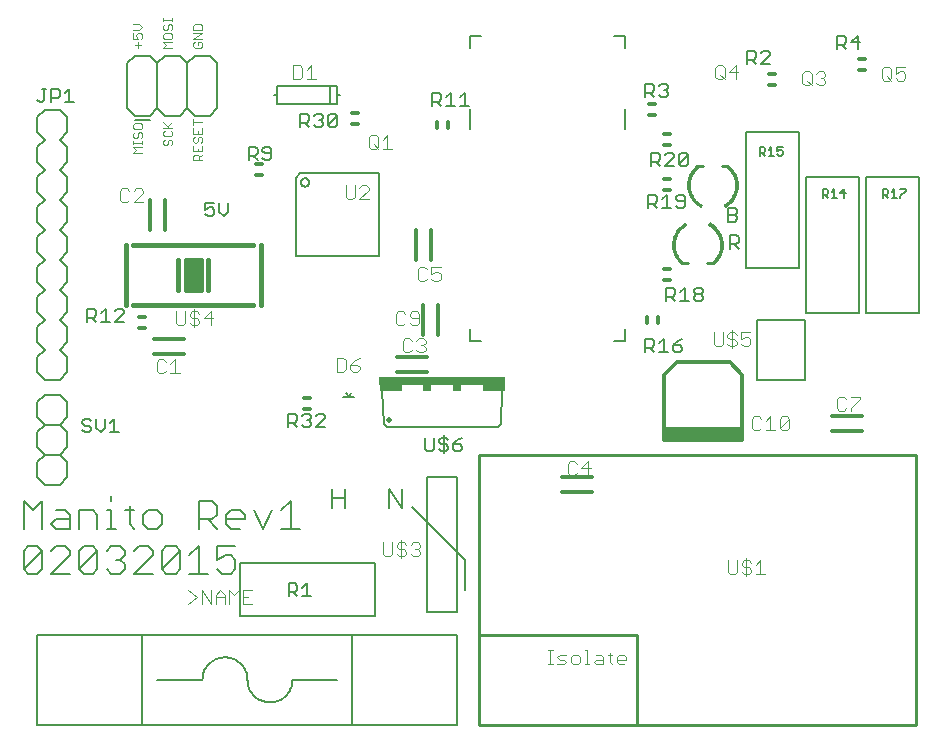
<source format=gto>
G75*
%MOIN*%
%OFA0B0*%
%FSLAX24Y24*%
%IPPOS*%
%LPD*%
%AMOC8*
5,1,8,0,0,1.08239X$1,22.5*
%
%ADD10C,0.0080*%
%ADD11C,0.0060*%
%ADD12C,0.0050*%
%ADD13C,0.0120*%
%ADD14C,0.0040*%
%ADD15C,0.0010*%
%ADD16C,0.0100*%
%ADD17C,0.0030*%
%ADD18C,0.0160*%
%ADD19C,0.0200*%
%ADD20R,0.4200X0.0300*%
%ADD21R,0.0750X0.0200*%
%ADD22R,0.0300X0.0200*%
%ADD23R,0.2541X0.0403*%
D10*
X001353Y005190D02*
X001200Y005343D01*
X001814Y005957D01*
X001814Y005343D01*
X001660Y005190D01*
X001353Y005190D01*
X001200Y005343D02*
X001200Y005957D01*
X001353Y006111D01*
X001660Y006111D01*
X001814Y005957D01*
X002121Y005957D02*
X002274Y006111D01*
X002581Y006111D01*
X002735Y005957D01*
X002735Y005804D01*
X002121Y005190D01*
X002735Y005190D01*
X003042Y005343D02*
X003655Y005957D01*
X003655Y005343D01*
X003502Y005190D01*
X003195Y005190D01*
X003042Y005343D01*
X003042Y005957D01*
X003195Y006111D01*
X003502Y006111D01*
X003655Y005957D01*
X003962Y005957D02*
X004116Y006111D01*
X004423Y006111D01*
X004576Y005957D01*
X004576Y005804D01*
X004423Y005650D01*
X004576Y005497D01*
X004576Y005343D01*
X004423Y005190D01*
X004116Y005190D01*
X003962Y005343D01*
X004269Y005650D02*
X004423Y005650D01*
X004883Y005957D02*
X005037Y006111D01*
X005344Y006111D01*
X005497Y005957D01*
X005497Y005804D01*
X004883Y005190D01*
X005497Y005190D01*
X005804Y005343D02*
X006418Y005957D01*
X006418Y005343D01*
X006264Y005190D01*
X005957Y005190D01*
X005804Y005343D01*
X005804Y005957D01*
X005957Y006111D01*
X006264Y006111D01*
X006418Y005957D01*
X006725Y005804D02*
X007032Y006111D01*
X007032Y005190D01*
X006725Y005190D02*
X007339Y005190D01*
X007646Y005343D02*
X007799Y005190D01*
X008106Y005190D01*
X008259Y005343D01*
X008259Y005650D01*
X008106Y005804D01*
X007952Y005804D01*
X007646Y005650D01*
X007646Y006111D01*
X008259Y006111D01*
X008396Y005536D02*
X012924Y005536D01*
X012924Y003764D01*
X008396Y003764D01*
X008396Y005536D01*
X008413Y006690D02*
X008106Y006690D01*
X007952Y006843D01*
X007952Y007150D01*
X008106Y007304D01*
X008413Y007304D01*
X008566Y007150D01*
X008566Y006997D01*
X007952Y006997D01*
X007646Y007150D02*
X007646Y007457D01*
X007492Y007611D01*
X007032Y007611D01*
X007032Y006690D01*
X007032Y006997D02*
X007492Y006997D01*
X007646Y007150D01*
X007339Y006997D02*
X007646Y006690D01*
X008873Y007304D02*
X009180Y006690D01*
X009487Y007304D01*
X009794Y007304D02*
X010101Y007611D01*
X010101Y006690D01*
X009794Y006690D02*
X010408Y006690D01*
X010239Y004860D02*
X010309Y004790D01*
X010309Y004650D01*
X010239Y004580D01*
X010029Y004580D01*
X010029Y004440D02*
X010029Y004860D01*
X010239Y004860D01*
X010490Y004720D02*
X010630Y004860D01*
X010630Y004440D01*
X010490Y004440D02*
X010770Y004440D01*
X010309Y004440D02*
X010169Y004580D01*
X005804Y006843D02*
X005650Y006690D01*
X005344Y006690D01*
X005190Y006843D01*
X005190Y007150D01*
X005344Y007304D01*
X005650Y007304D01*
X005804Y007150D01*
X005804Y006843D01*
X004883Y006690D02*
X004730Y006843D01*
X004730Y007457D01*
X004883Y007304D02*
X004576Y007304D01*
X004116Y007304D02*
X004116Y006690D01*
X004269Y006690D02*
X003962Y006690D01*
X003655Y006690D02*
X003655Y007150D01*
X003502Y007304D01*
X003042Y007304D01*
X003042Y006690D01*
X002735Y006690D02*
X002274Y006690D01*
X002121Y006843D01*
X002274Y006997D01*
X002735Y006997D01*
X002735Y007150D02*
X002735Y006690D01*
X002735Y007150D02*
X002581Y007304D01*
X002274Y007304D01*
X001814Y007611D02*
X001814Y006690D01*
X001200Y006690D02*
X001200Y007611D01*
X001507Y007304D01*
X001814Y007611D01*
X003962Y007304D02*
X004116Y007304D01*
X004116Y007611D02*
X004116Y007764D01*
X002410Y011650D02*
X001910Y011650D01*
X001660Y011900D01*
X001660Y012400D01*
X001910Y012650D01*
X001660Y012900D01*
X001660Y013400D01*
X001910Y013650D01*
X001660Y013900D01*
X001660Y014400D01*
X001910Y014650D01*
X001660Y014900D01*
X001660Y015400D01*
X001910Y015650D01*
X001660Y015900D01*
X001660Y016400D01*
X001910Y016650D01*
X001660Y016900D01*
X001660Y017400D01*
X001910Y017650D01*
X001660Y017900D01*
X001660Y018400D01*
X001910Y018650D01*
X001660Y018900D01*
X001660Y019400D01*
X001910Y019650D01*
X001660Y019900D01*
X001660Y020400D01*
X001910Y020650D01*
X002410Y020650D01*
X002660Y020400D01*
X002660Y019900D01*
X002410Y019650D01*
X002660Y019400D01*
X002660Y018900D01*
X002410Y018650D01*
X002660Y018400D01*
X002660Y017900D01*
X002410Y017650D01*
X002660Y017400D01*
X002660Y016900D01*
X002410Y016650D01*
X002660Y016400D01*
X002660Y015900D01*
X002410Y015650D01*
X002660Y015400D01*
X002660Y014900D01*
X002410Y014650D01*
X002660Y014400D01*
X002660Y013900D01*
X002410Y013650D01*
X002660Y013400D01*
X002660Y012900D01*
X002410Y012650D01*
X002660Y012400D01*
X002660Y011900D01*
X002410Y011650D01*
X011854Y011083D02*
X012035Y011083D01*
X011943Y011205D01*
X012035Y011083D02*
X012216Y011083D01*
X012121Y011205D02*
X012045Y011089D01*
X016062Y012949D02*
X016062Y013343D01*
X016062Y012949D02*
X016455Y012949D01*
X020865Y012949D02*
X021258Y012949D01*
X021258Y013343D01*
X025274Y015386D02*
X025274Y019914D01*
X027046Y019914D01*
X027046Y015386D01*
X025274Y015386D01*
X027274Y013886D02*
X027274Y018414D01*
X029046Y018414D01*
X029046Y013886D01*
X027274Y013886D01*
X029274Y013886D02*
X029274Y018414D01*
X031046Y018414D01*
X031046Y013886D01*
X029274Y013886D01*
X021258Y019996D02*
X021258Y020666D01*
X021258Y022713D02*
X021258Y023107D01*
X020865Y023107D01*
X016455Y023107D02*
X016062Y023107D01*
X016062Y022713D01*
X016062Y020666D02*
X016062Y019996D01*
X011760Y021150D02*
X011660Y021150D01*
X011660Y020850D01*
X009660Y020850D01*
X009660Y021150D01*
X009560Y021150D01*
X009660Y021150D02*
X009660Y021450D01*
X011660Y021450D01*
X011660Y021150D01*
X011410Y021400D02*
X011410Y020900D01*
X007660Y020700D02*
X007660Y022200D01*
X007410Y022450D01*
X006910Y022450D01*
X006660Y022200D01*
X006660Y020700D01*
X006910Y020450D01*
X007410Y020450D01*
X007660Y020700D01*
X006660Y020700D02*
X006410Y020450D01*
X005910Y020450D01*
X005660Y020700D01*
X005660Y022200D01*
X005910Y022450D01*
X006410Y022450D01*
X006660Y022200D01*
X005660Y022200D02*
X005410Y022450D01*
X004910Y022450D01*
X004660Y022200D01*
X004660Y020700D01*
X004910Y020450D01*
X005410Y020450D01*
X005660Y020700D01*
X005410Y020318D02*
X004910Y020318D01*
D11*
X010280Y018390D02*
X010420Y018530D01*
X013040Y018530D01*
X013040Y015770D01*
X010280Y015770D01*
X010280Y018390D01*
X010439Y018230D02*
X010441Y018253D01*
X010447Y018276D01*
X010456Y018297D01*
X010469Y018317D01*
X010485Y018334D01*
X010503Y018348D01*
X010523Y018359D01*
X010545Y018367D01*
X010568Y018371D01*
X010592Y018371D01*
X010615Y018367D01*
X010637Y018359D01*
X010657Y018348D01*
X010675Y018334D01*
X010691Y018317D01*
X010704Y018297D01*
X010713Y018276D01*
X010719Y018253D01*
X010721Y018230D01*
X010719Y018207D01*
X010713Y018184D01*
X010704Y018163D01*
X010691Y018143D01*
X010675Y018126D01*
X010657Y018112D01*
X010637Y018101D01*
X010615Y018093D01*
X010592Y018089D01*
X010568Y018089D01*
X010545Y018093D01*
X010523Y018101D01*
X010503Y018112D01*
X010485Y018126D01*
X010469Y018143D01*
X010456Y018163D01*
X010447Y018184D01*
X010441Y018207D01*
X010439Y018230D01*
X013160Y011325D02*
X013210Y010175D01*
X013310Y010075D01*
X017010Y010075D01*
X017110Y010175D01*
X017160Y011325D01*
X013817Y008021D02*
X013817Y007380D01*
X013390Y008021D01*
X013390Y007380D01*
X011917Y007380D02*
X011917Y008021D01*
X011490Y008021D02*
X011490Y007380D01*
X011490Y007700D02*
X011917Y007700D01*
X002660Y008400D02*
X002410Y008150D01*
X001910Y008150D01*
X001660Y008400D01*
X001660Y008900D01*
X001910Y009150D01*
X001660Y009400D01*
X001660Y009900D01*
X001910Y010150D01*
X001660Y010400D01*
X001660Y010900D01*
X001910Y011150D01*
X002410Y011150D01*
X002660Y010900D01*
X002660Y010400D01*
X002410Y010150D01*
X002660Y009900D01*
X002660Y009400D01*
X002410Y009150D01*
X002660Y008900D01*
X002660Y008400D01*
X002410Y009150D02*
X001910Y009150D01*
X001910Y010150D02*
X002410Y010150D01*
D12*
X001660Y003150D02*
X001660Y000150D01*
X005160Y000150D01*
X012160Y000150D01*
X012160Y003150D01*
X005160Y003150D01*
X005160Y000150D01*
X005660Y001650D02*
X007160Y001650D01*
X007162Y001704D01*
X007168Y001757D01*
X007177Y001809D01*
X007190Y001861D01*
X007207Y001912D01*
X007228Y001962D01*
X007252Y002009D01*
X007279Y002055D01*
X007310Y002099D01*
X007343Y002141D01*
X007380Y002180D01*
X007419Y002217D01*
X007461Y002250D01*
X007505Y002281D01*
X007551Y002308D01*
X007598Y002332D01*
X007648Y002353D01*
X007699Y002370D01*
X007751Y002383D01*
X007803Y002392D01*
X007856Y002398D01*
X007910Y002400D01*
X007964Y002398D01*
X008017Y002392D01*
X008069Y002383D01*
X008121Y002370D01*
X008172Y002353D01*
X008222Y002332D01*
X008269Y002308D01*
X008315Y002281D01*
X008359Y002250D01*
X008401Y002217D01*
X008440Y002180D01*
X008477Y002141D01*
X008510Y002099D01*
X008541Y002055D01*
X008568Y002009D01*
X008592Y001962D01*
X008613Y001912D01*
X008630Y001861D01*
X008643Y001809D01*
X008652Y001757D01*
X008658Y001704D01*
X008660Y001650D01*
X008662Y001596D01*
X008668Y001543D01*
X008677Y001491D01*
X008690Y001439D01*
X008707Y001388D01*
X008728Y001338D01*
X008752Y001291D01*
X008779Y001245D01*
X008810Y001201D01*
X008843Y001159D01*
X008880Y001120D01*
X008919Y001083D01*
X008961Y001050D01*
X009005Y001019D01*
X009051Y000992D01*
X009098Y000968D01*
X009148Y000947D01*
X009199Y000930D01*
X009251Y000917D01*
X009303Y000908D01*
X009356Y000902D01*
X009410Y000900D01*
X009464Y000902D01*
X009517Y000908D01*
X009569Y000917D01*
X009621Y000930D01*
X009672Y000947D01*
X009722Y000968D01*
X009769Y000992D01*
X009815Y001019D01*
X009859Y001050D01*
X009901Y001083D01*
X009940Y001120D01*
X009977Y001159D01*
X010010Y001201D01*
X010041Y001245D01*
X010068Y001291D01*
X010092Y001338D01*
X010113Y001388D01*
X010130Y001439D01*
X010143Y001491D01*
X010152Y001543D01*
X010158Y001596D01*
X010160Y001650D01*
X011660Y001650D01*
X012160Y000150D02*
X015660Y000150D01*
X015660Y003150D01*
X012160Y003150D01*
X014660Y003900D02*
X014660Y008400D01*
X015660Y008400D01*
X015660Y003900D01*
X014660Y003900D01*
X015910Y004650D02*
X015910Y005650D01*
X014160Y007400D01*
X014660Y009270D02*
X014810Y009270D01*
X014885Y009345D01*
X014885Y009720D01*
X015045Y009645D02*
X015120Y009720D01*
X015271Y009720D01*
X015346Y009645D01*
X015271Y009495D02*
X015120Y009495D01*
X015045Y009570D01*
X015045Y009645D01*
X015196Y009795D02*
X015196Y009195D01*
X015271Y009270D02*
X015346Y009345D01*
X015346Y009420D01*
X015271Y009495D01*
X015271Y009270D02*
X015120Y009270D01*
X015045Y009345D01*
X014660Y009270D02*
X014585Y009345D01*
X014585Y009720D01*
X015506Y009495D02*
X015731Y009495D01*
X015806Y009420D01*
X015806Y009345D01*
X015731Y009270D01*
X015581Y009270D01*
X015506Y009345D01*
X015506Y009495D01*
X015656Y009645D01*
X015806Y009720D01*
X011246Y010075D02*
X010946Y010075D01*
X011246Y010375D01*
X011246Y010450D01*
X011171Y010525D01*
X011021Y010525D01*
X010946Y010450D01*
X010786Y010450D02*
X010786Y010375D01*
X010711Y010300D01*
X010786Y010225D01*
X010786Y010150D01*
X010711Y010075D01*
X010560Y010075D01*
X010485Y010150D01*
X010325Y010075D02*
X010175Y010225D01*
X010250Y010225D02*
X010025Y010225D01*
X010025Y010075D02*
X010025Y010525D01*
X010250Y010525D01*
X010325Y010450D01*
X010325Y010300D01*
X010250Y010225D01*
X010485Y010450D02*
X010560Y010525D01*
X010711Y010525D01*
X010786Y010450D01*
X010711Y010300D02*
X010636Y010300D01*
X004546Y013575D02*
X004246Y013575D01*
X004546Y013875D01*
X004546Y013950D01*
X004471Y014025D01*
X004321Y014025D01*
X004246Y013950D01*
X003936Y014025D02*
X003936Y013575D01*
X004086Y013575D02*
X003785Y013575D01*
X003625Y013575D02*
X003475Y013725D01*
X003550Y013725D02*
X003325Y013725D01*
X003325Y013575D02*
X003325Y014025D01*
X003550Y014025D01*
X003625Y013950D01*
X003625Y013800D01*
X003550Y013725D01*
X003785Y013875D02*
X003936Y014025D01*
X007255Y017170D02*
X007330Y017095D01*
X007480Y017095D01*
X007555Y017170D01*
X007555Y017320D01*
X007480Y017395D01*
X007405Y017395D01*
X007255Y017320D01*
X007255Y017545D01*
X007555Y017545D01*
X007715Y017545D02*
X007715Y017245D01*
X007866Y017095D01*
X008016Y017245D01*
X008016Y017545D01*
X008700Y018975D02*
X008700Y019425D01*
X008925Y019425D01*
X009000Y019350D01*
X009000Y019200D01*
X008925Y019125D01*
X008700Y019125D01*
X008850Y019125D02*
X009000Y018975D01*
X009160Y019050D02*
X009235Y018975D01*
X009386Y018975D01*
X009461Y019050D01*
X009461Y019350D01*
X009386Y019425D01*
X009235Y019425D01*
X009160Y019350D01*
X009160Y019275D01*
X009235Y019200D01*
X009461Y019200D01*
X010425Y020075D02*
X010425Y020525D01*
X010650Y020525D01*
X010725Y020450D01*
X010725Y020300D01*
X010650Y020225D01*
X010425Y020225D01*
X010575Y020225D02*
X010725Y020075D01*
X010885Y020150D02*
X010960Y020075D01*
X011111Y020075D01*
X011186Y020150D01*
X011186Y020225D01*
X011111Y020300D01*
X011036Y020300D01*
X011111Y020300D02*
X011186Y020375D01*
X011186Y020450D01*
X011111Y020525D01*
X010960Y020525D01*
X010885Y020450D01*
X011346Y020450D02*
X011346Y020150D01*
X011646Y020450D01*
X011646Y020150D01*
X011571Y020075D01*
X011421Y020075D01*
X011346Y020150D01*
X011346Y020450D02*
X011421Y020525D01*
X011571Y020525D01*
X011646Y020450D01*
X014825Y020775D02*
X014825Y021225D01*
X015050Y021225D01*
X015125Y021150D01*
X015125Y021000D01*
X015050Y020925D01*
X014825Y020925D01*
X014975Y020925D02*
X015125Y020775D01*
X015285Y020775D02*
X015586Y020775D01*
X015436Y020775D02*
X015436Y021225D01*
X015285Y021075D01*
X015746Y021075D02*
X015896Y021225D01*
X015896Y020775D01*
X015746Y020775D02*
X016046Y020775D01*
X021925Y021075D02*
X021925Y021525D01*
X022150Y021525D01*
X022225Y021450D01*
X022225Y021300D01*
X022150Y021225D01*
X021925Y021225D01*
X022075Y021225D02*
X022225Y021075D01*
X022385Y021150D02*
X022460Y021075D01*
X022611Y021075D01*
X022686Y021150D01*
X022686Y021225D01*
X022611Y021300D01*
X022536Y021300D01*
X022611Y021300D02*
X022686Y021375D01*
X022686Y021450D01*
X022611Y021525D01*
X022460Y021525D01*
X022385Y021450D01*
X022350Y019225D02*
X022125Y019225D01*
X022125Y018775D01*
X022125Y018925D02*
X022350Y018925D01*
X022425Y019000D01*
X022425Y019150D01*
X022350Y019225D01*
X022585Y019150D02*
X022660Y019225D01*
X022811Y019225D01*
X022886Y019150D01*
X022886Y019075D01*
X022585Y018775D01*
X022886Y018775D01*
X023046Y018850D02*
X023346Y019150D01*
X023346Y018850D01*
X023271Y018775D01*
X023121Y018775D01*
X023046Y018850D01*
X023046Y019150D01*
X023121Y019225D01*
X023271Y019225D01*
X023346Y019150D01*
X022425Y018775D02*
X022275Y018925D01*
X022250Y017825D02*
X022325Y017750D01*
X022325Y017600D01*
X022250Y017525D01*
X022025Y017525D01*
X022025Y017375D02*
X022025Y017825D01*
X022250Y017825D01*
X022485Y017675D02*
X022636Y017825D01*
X022636Y017375D01*
X022786Y017375D02*
X022485Y017375D01*
X022325Y017375D02*
X022175Y017525D01*
X022946Y017450D02*
X023021Y017375D01*
X023171Y017375D01*
X023246Y017450D01*
X023246Y017750D01*
X023171Y017825D01*
X023021Y017825D01*
X022946Y017750D01*
X022946Y017675D01*
X023021Y017600D01*
X023246Y017600D01*
X024675Y017375D02*
X024675Y016925D01*
X024900Y016925D01*
X024975Y017000D01*
X024975Y017075D01*
X024900Y017150D01*
X024675Y017150D01*
X024900Y017150D02*
X024975Y017225D01*
X024975Y017300D01*
X024900Y017375D01*
X024675Y017375D01*
X024735Y016475D02*
X024960Y016475D01*
X025035Y016400D01*
X025035Y016250D01*
X024960Y016175D01*
X024735Y016175D01*
X024735Y016025D02*
X024735Y016475D01*
X024885Y016175D02*
X025035Y016025D01*
X023771Y014725D02*
X023846Y014650D01*
X023846Y014575D01*
X023771Y014500D01*
X023621Y014500D01*
X023546Y014575D01*
X023546Y014650D01*
X023621Y014725D01*
X023771Y014725D01*
X023771Y014500D02*
X023846Y014425D01*
X023846Y014350D01*
X023771Y014275D01*
X023621Y014275D01*
X023546Y014350D01*
X023546Y014425D01*
X023621Y014500D01*
X023386Y014275D02*
X023085Y014275D01*
X023236Y014275D02*
X023236Y014725D01*
X023085Y014575D01*
X022925Y014500D02*
X022850Y014425D01*
X022625Y014425D01*
X022625Y014275D02*
X022625Y014725D01*
X022850Y014725D01*
X022925Y014650D01*
X022925Y014500D01*
X022775Y014425D02*
X022925Y014275D01*
X023146Y013025D02*
X022996Y012950D01*
X022846Y012800D01*
X023071Y012800D01*
X023146Y012725D01*
X023146Y012650D01*
X023071Y012575D01*
X022921Y012575D01*
X022846Y012650D01*
X022846Y012800D01*
X022686Y012575D02*
X022385Y012575D01*
X022536Y012575D02*
X022536Y013025D01*
X022385Y012875D01*
X022225Y012950D02*
X022225Y012800D01*
X022150Y012725D01*
X021925Y012725D01*
X021925Y012575D02*
X021925Y013025D01*
X022150Y013025D01*
X022225Y012950D01*
X022075Y012725D02*
X022225Y012575D01*
X025660Y011650D02*
X025660Y013650D01*
X027260Y013650D01*
X027260Y011650D01*
X025660Y011650D01*
X027835Y017725D02*
X027835Y017995D01*
X027970Y017995D01*
X028015Y017950D01*
X028015Y017860D01*
X027970Y017815D01*
X027835Y017815D01*
X027925Y017815D02*
X028015Y017725D01*
X028130Y017725D02*
X028310Y017725D01*
X028220Y017725D02*
X028220Y017995D01*
X028130Y017905D01*
X028424Y017860D02*
X028604Y017860D01*
X028559Y017725D02*
X028559Y017995D01*
X028424Y017860D01*
X029835Y017815D02*
X029970Y017815D01*
X030015Y017860D01*
X030015Y017950D01*
X029970Y017995D01*
X029835Y017995D01*
X029835Y017725D01*
X029925Y017815D02*
X030015Y017725D01*
X030130Y017725D02*
X030310Y017725D01*
X030220Y017725D02*
X030220Y017995D01*
X030130Y017905D01*
X030424Y017995D02*
X030604Y017995D01*
X030604Y017950D01*
X030424Y017770D01*
X030424Y017725D01*
X026504Y019170D02*
X026459Y019125D01*
X026369Y019125D01*
X026324Y019170D01*
X026324Y019260D02*
X026414Y019305D01*
X026459Y019305D01*
X026504Y019260D01*
X026504Y019170D01*
X026324Y019260D02*
X026324Y019395D01*
X026504Y019395D01*
X026210Y019125D02*
X026030Y019125D01*
X026120Y019125D02*
X026120Y019395D01*
X026030Y019305D01*
X025915Y019260D02*
X025870Y019215D01*
X025735Y019215D01*
X025735Y019125D02*
X025735Y019395D01*
X025870Y019395D01*
X025915Y019350D01*
X025915Y019260D01*
X025825Y019215D02*
X025915Y019125D01*
X025785Y022175D02*
X026086Y022475D01*
X026086Y022550D01*
X026011Y022625D01*
X025860Y022625D01*
X025785Y022550D01*
X025625Y022550D02*
X025625Y022400D01*
X025550Y022325D01*
X025325Y022325D01*
X025325Y022175D02*
X025325Y022625D01*
X025550Y022625D01*
X025625Y022550D01*
X025475Y022325D02*
X025625Y022175D01*
X025785Y022175D02*
X026086Y022175D01*
X028325Y022675D02*
X028325Y023125D01*
X028550Y023125D01*
X028625Y023050D01*
X028625Y022900D01*
X028550Y022825D01*
X028325Y022825D01*
X028475Y022825D02*
X028625Y022675D01*
X028785Y022900D02*
X029086Y022900D01*
X029011Y022675D02*
X029011Y023125D01*
X028785Y022900D01*
X004226Y010345D02*
X004226Y009895D01*
X004076Y009895D02*
X004376Y009895D01*
X004076Y010195D02*
X004226Y010345D01*
X003916Y010345D02*
X003916Y010045D01*
X003766Y009895D01*
X003615Y010045D01*
X003615Y010345D01*
X003455Y010270D02*
X003380Y010345D01*
X003230Y010345D01*
X003155Y010270D01*
X003155Y010195D01*
X003230Y010120D01*
X003380Y010120D01*
X003455Y010045D01*
X003455Y009970D01*
X003380Y009895D01*
X003230Y009895D01*
X003155Y009970D01*
X001660Y003150D02*
X005160Y003150D01*
X002876Y020895D02*
X002576Y020895D01*
X002726Y020895D02*
X002726Y021345D01*
X002576Y021195D01*
X002416Y021270D02*
X002416Y021120D01*
X002341Y021045D01*
X002115Y021045D01*
X002115Y020895D02*
X002115Y021345D01*
X002341Y021345D01*
X002416Y021270D01*
X001955Y021345D02*
X001805Y021345D01*
X001880Y021345D02*
X001880Y020970D01*
X001805Y020895D01*
X001730Y020895D01*
X001655Y020970D01*
D13*
X005410Y017650D02*
X005410Y016650D01*
X005910Y016650D02*
X005910Y017650D01*
X008935Y018460D02*
X009135Y018460D01*
X009135Y018840D02*
X008935Y018840D01*
X012160Y020160D02*
X012360Y020160D01*
X012360Y020540D02*
X012160Y020540D01*
X014970Y020250D02*
X014970Y020050D01*
X015350Y020050D02*
X015350Y020250D01*
X014785Y016650D02*
X014785Y015650D01*
X014285Y015650D02*
X014285Y016650D01*
X014510Y014150D02*
X014510Y013150D01*
X015010Y013150D02*
X015010Y014150D01*
X014660Y012400D02*
X013660Y012400D01*
X013660Y011900D02*
X014660Y011900D01*
X010760Y011040D02*
X010560Y011040D01*
X010560Y010660D02*
X010760Y010660D01*
X006560Y012500D02*
X005560Y012500D01*
X005560Y013000D02*
X006560Y013000D01*
X005260Y013360D02*
X005060Y013360D01*
X005060Y013740D02*
X005260Y013740D01*
X019160Y008400D02*
X020160Y008400D01*
X020160Y007900D02*
X019160Y007900D01*
X022561Y009651D02*
X025159Y009651D01*
X025159Y011826D01*
X024736Y012249D01*
X022984Y012249D01*
X022561Y011826D01*
X022561Y009651D01*
X022350Y013550D02*
X022350Y013750D01*
X021970Y013750D02*
X021970Y013550D01*
X022560Y014960D02*
X022760Y014960D01*
X022760Y015340D02*
X022560Y015340D01*
X022560Y017960D02*
X022760Y017960D01*
X022760Y018340D02*
X022560Y018340D01*
X022560Y019460D02*
X022760Y019460D01*
X022760Y019840D02*
X022560Y019840D01*
X022260Y020460D02*
X022060Y020460D01*
X022060Y020840D02*
X022260Y020840D01*
X026060Y021460D02*
X026260Y021460D01*
X026260Y021840D02*
X026060Y021840D01*
X029060Y021960D02*
X029260Y021960D01*
X029260Y022340D02*
X029060Y022340D01*
X029160Y010450D02*
X028160Y010450D01*
X028160Y009950D02*
X029160Y009950D01*
D14*
X028770Y010620D02*
X028770Y010697D01*
X029077Y011004D01*
X029077Y011080D01*
X028770Y011080D01*
X028616Y011004D02*
X028539Y011080D01*
X028386Y011080D01*
X028309Y011004D01*
X028309Y010697D01*
X028386Y010620D01*
X028539Y010620D01*
X028616Y010697D01*
X026708Y010354D02*
X026708Y010047D01*
X026631Y009970D01*
X026478Y009970D01*
X026401Y010047D01*
X026708Y010354D01*
X026631Y010430D01*
X026478Y010430D01*
X026401Y010354D01*
X026401Y010047D01*
X026247Y009970D02*
X025940Y009970D01*
X026094Y009970D02*
X026094Y010430D01*
X025940Y010277D01*
X025787Y010354D02*
X025710Y010430D01*
X025557Y010430D01*
X025480Y010354D01*
X025480Y010047D01*
X025557Y009970D01*
X025710Y009970D01*
X025787Y010047D01*
X025350Y012770D02*
X025196Y012770D01*
X025120Y012847D01*
X025120Y013000D02*
X025273Y013077D01*
X025350Y013077D01*
X025427Y013000D01*
X025427Y012847D01*
X025350Y012770D01*
X025120Y013000D02*
X025120Y013230D01*
X025427Y013230D01*
X024966Y013154D02*
X024889Y013230D01*
X024736Y013230D01*
X024659Y013154D01*
X024659Y013077D01*
X024736Y013000D01*
X024889Y013000D01*
X024966Y012923D01*
X024966Y012847D01*
X024889Y012770D01*
X024736Y012770D01*
X024659Y012847D01*
X024506Y012847D02*
X024506Y013230D01*
X024199Y013230D02*
X024199Y012847D01*
X024276Y012770D01*
X024429Y012770D01*
X024506Y012847D01*
X024813Y012693D02*
X024813Y013307D01*
X020021Y008930D02*
X019790Y008700D01*
X020097Y008700D01*
X020021Y008470D02*
X020021Y008930D01*
X019637Y008854D02*
X019560Y008930D01*
X019407Y008930D01*
X019330Y008854D01*
X019330Y008547D01*
X019407Y008470D01*
X019560Y008470D01*
X019637Y008547D01*
X014597Y012647D02*
X014521Y012570D01*
X014367Y012570D01*
X014290Y012647D01*
X014137Y012647D02*
X014060Y012570D01*
X013907Y012570D01*
X013830Y012647D01*
X013830Y012954D01*
X013907Y013030D01*
X014060Y013030D01*
X014137Y012954D01*
X014290Y012954D02*
X014367Y013030D01*
X014521Y013030D01*
X014597Y012954D01*
X014597Y012877D01*
X014521Y012800D01*
X014597Y012723D01*
X014597Y012647D01*
X014521Y012800D02*
X014444Y012800D01*
X014300Y013470D02*
X014146Y013470D01*
X014070Y013547D01*
X013916Y013547D02*
X013839Y013470D01*
X013686Y013470D01*
X013609Y013547D01*
X013609Y013854D01*
X013686Y013930D01*
X013839Y013930D01*
X013916Y013854D01*
X014070Y013854D02*
X014070Y013777D01*
X014146Y013700D01*
X014377Y013700D01*
X014377Y013547D02*
X014377Y013854D01*
X014300Y013930D01*
X014146Y013930D01*
X014070Y013854D01*
X014377Y013547D02*
X014300Y013470D01*
X014407Y014945D02*
X014560Y014945D01*
X014637Y015022D01*
X014790Y015022D02*
X014867Y014945D01*
X015021Y014945D01*
X015097Y015022D01*
X015097Y015175D01*
X015021Y015252D01*
X014944Y015252D01*
X014790Y015175D01*
X014790Y015405D01*
X015097Y015405D01*
X014637Y015329D02*
X014560Y015405D01*
X014407Y015405D01*
X014330Y015329D01*
X014330Y015022D01*
X014407Y014945D01*
X012397Y012380D02*
X012244Y012304D01*
X012090Y012150D01*
X012321Y012150D01*
X012397Y012073D01*
X012397Y011997D01*
X012321Y011920D01*
X012167Y011920D01*
X012090Y011997D01*
X012090Y012150D01*
X011937Y011997D02*
X011937Y012304D01*
X011860Y012380D01*
X011630Y012380D01*
X011630Y011920D01*
X011860Y011920D01*
X011937Y011997D01*
X007508Y013700D02*
X007201Y013700D01*
X007431Y013930D01*
X007431Y013470D01*
X007047Y013547D02*
X007047Y013623D01*
X006971Y013700D01*
X006817Y013700D01*
X006740Y013777D01*
X006740Y013854D01*
X006817Y013930D01*
X006971Y013930D01*
X007047Y013854D01*
X006894Y014007D02*
X006894Y013393D01*
X006971Y013470D02*
X007047Y013547D01*
X006971Y013470D02*
X006817Y013470D01*
X006740Y013547D01*
X006587Y013547D02*
X006587Y013930D01*
X006280Y013930D02*
X006280Y013547D01*
X006357Y013470D01*
X006510Y013470D01*
X006587Y013547D01*
X006244Y012330D02*
X006090Y012177D01*
X005937Y012254D02*
X005860Y012330D01*
X005707Y012330D01*
X005630Y012254D01*
X005630Y011947D01*
X005707Y011870D01*
X005860Y011870D01*
X005937Y011947D01*
X006090Y011870D02*
X006397Y011870D01*
X006244Y011870D02*
X006244Y012330D01*
X005177Y017570D02*
X004870Y017570D01*
X005177Y017877D01*
X005177Y017954D01*
X005100Y018030D01*
X004946Y018030D01*
X004870Y017954D01*
X004716Y017954D02*
X004639Y018030D01*
X004486Y018030D01*
X004409Y017954D01*
X004409Y017647D01*
X004486Y017570D01*
X004639Y017570D01*
X004716Y017647D01*
X010180Y021670D02*
X010180Y022130D01*
X010410Y022130D01*
X010487Y022054D01*
X010487Y021747D01*
X010410Y021670D01*
X010180Y021670D01*
X010640Y021670D02*
X010947Y021670D01*
X010794Y021670D02*
X010794Y022130D01*
X010640Y021977D01*
X012786Y019805D02*
X012939Y019805D01*
X013016Y019729D01*
X013016Y019422D01*
X012939Y019345D01*
X012786Y019345D01*
X012709Y019422D01*
X012709Y019729D01*
X012786Y019805D01*
X012863Y019498D02*
X013016Y019345D01*
X013170Y019345D02*
X013477Y019345D01*
X013323Y019345D02*
X013323Y019805D01*
X013170Y019652D01*
X012621Y018130D02*
X012467Y018130D01*
X012390Y018054D01*
X012237Y018130D02*
X012237Y017747D01*
X012160Y017670D01*
X012007Y017670D01*
X011930Y017747D01*
X011930Y018130D01*
X012390Y017670D02*
X012697Y017977D01*
X012697Y018054D01*
X012621Y018130D01*
X012697Y017670D02*
X012390Y017670D01*
X024259Y021747D02*
X024336Y021670D01*
X024489Y021670D01*
X024566Y021747D01*
X024566Y022054D01*
X024489Y022130D01*
X024336Y022130D01*
X024259Y022054D01*
X024259Y021747D01*
X024413Y021823D02*
X024566Y021670D01*
X024720Y021900D02*
X025027Y021900D01*
X024950Y021670D02*
X024950Y022130D01*
X024720Y021900D01*
X027159Y021854D02*
X027159Y021547D01*
X027236Y021470D01*
X027389Y021470D01*
X027466Y021547D01*
X027466Y021854D01*
X027389Y021930D01*
X027236Y021930D01*
X027159Y021854D01*
X027313Y021623D02*
X027466Y021470D01*
X027620Y021547D02*
X027696Y021470D01*
X027850Y021470D01*
X027927Y021547D01*
X027927Y021623D01*
X027850Y021700D01*
X027773Y021700D01*
X027850Y021700D02*
X027927Y021777D01*
X027927Y021854D01*
X027850Y021930D01*
X027696Y021930D01*
X027620Y021854D01*
X029809Y021697D02*
X029809Y022004D01*
X029886Y022080D01*
X030039Y022080D01*
X030116Y022004D01*
X030116Y021697D01*
X030039Y021620D01*
X029886Y021620D01*
X029809Y021697D01*
X029963Y021773D02*
X030116Y021620D01*
X030270Y021697D02*
X030346Y021620D01*
X030500Y021620D01*
X030577Y021697D01*
X030577Y021850D01*
X030500Y021927D01*
X030423Y021927D01*
X030270Y021850D01*
X030270Y022080D01*
X030577Y022080D01*
X014408Y006154D02*
X014331Y006230D01*
X014178Y006230D01*
X014101Y006154D01*
X013947Y006154D02*
X013871Y006230D01*
X013717Y006230D01*
X013640Y006154D01*
X013640Y006077D01*
X013717Y006000D01*
X013871Y006000D01*
X013947Y005923D01*
X013947Y005847D01*
X013871Y005770D01*
X013717Y005770D01*
X013640Y005847D01*
X013487Y005847D02*
X013487Y006230D01*
X013180Y006230D02*
X013180Y005847D01*
X013257Y005770D01*
X013410Y005770D01*
X013487Y005847D01*
X013794Y005693D02*
X013794Y006307D01*
X014254Y006000D02*
X014331Y006000D01*
X014408Y005923D01*
X014408Y005847D01*
X014331Y005770D01*
X014178Y005770D01*
X014101Y005847D01*
X014331Y006000D02*
X014408Y006077D01*
X014408Y006154D01*
X018680Y002630D02*
X018833Y002630D01*
X018757Y002630D02*
X018757Y002170D01*
X018833Y002170D02*
X018680Y002170D01*
X018987Y002170D02*
X019217Y002170D01*
X019294Y002247D01*
X019217Y002323D01*
X019064Y002323D01*
X018987Y002400D01*
X019064Y002477D01*
X019294Y002477D01*
X019447Y002400D02*
X019447Y002247D01*
X019524Y002170D01*
X019678Y002170D01*
X019754Y002247D01*
X019754Y002400D01*
X019678Y002477D01*
X019524Y002477D01*
X019447Y002400D01*
X019908Y002170D02*
X020061Y002170D01*
X019984Y002170D02*
X019984Y002630D01*
X019908Y002630D01*
X020291Y002477D02*
X020445Y002477D01*
X020522Y002400D01*
X020522Y002170D01*
X020291Y002170D01*
X020215Y002247D01*
X020291Y002323D01*
X020522Y002323D01*
X020675Y002477D02*
X020828Y002477D01*
X020752Y002554D02*
X020752Y002247D01*
X020828Y002170D01*
X020982Y002247D02*
X020982Y002400D01*
X021059Y002477D01*
X021212Y002477D01*
X021289Y002400D01*
X021289Y002323D01*
X020982Y002323D01*
X020982Y002247D02*
X021059Y002170D01*
X021212Y002170D01*
X024680Y005247D02*
X024757Y005170D01*
X024910Y005170D01*
X024987Y005247D01*
X024987Y005630D01*
X025140Y005554D02*
X025217Y005630D01*
X025371Y005630D01*
X025447Y005554D01*
X025371Y005400D02*
X025217Y005400D01*
X025140Y005477D01*
X025140Y005554D01*
X025294Y005707D02*
X025294Y005093D01*
X025371Y005170D02*
X025447Y005247D01*
X025447Y005323D01*
X025371Y005400D01*
X025371Y005170D02*
X025217Y005170D01*
X025140Y005247D01*
X024680Y005247D02*
X024680Y005630D01*
X025601Y005477D02*
X025754Y005630D01*
X025754Y005170D01*
X025601Y005170D02*
X025908Y005170D01*
X008828Y004630D02*
X008522Y004630D01*
X008522Y004170D01*
X008828Y004170D01*
X008675Y004400D02*
X008522Y004400D01*
X008368Y004630D02*
X008368Y004170D01*
X008061Y004170D02*
X008061Y004630D01*
X008215Y004477D01*
X008368Y004630D01*
X007908Y004477D02*
X007908Y004170D01*
X007908Y004400D02*
X007601Y004400D01*
X007601Y004477D02*
X007754Y004630D01*
X007908Y004477D01*
X007601Y004477D02*
X007601Y004170D01*
X007447Y004170D02*
X007447Y004630D01*
X007140Y004630D02*
X007140Y004170D01*
X006987Y004400D02*
X006680Y004170D01*
X006987Y004400D02*
X006680Y004630D01*
X007140Y004630D02*
X007447Y004170D01*
D15*
X024504Y016155D02*
X024414Y016155D01*
X024415Y016155D02*
X024413Y016209D01*
X024407Y016262D01*
X024397Y016315D01*
X024383Y016367D01*
X024366Y016418D01*
X024345Y016467D01*
X024321Y016515D01*
X024293Y016561D01*
X024262Y016605D01*
X024228Y016647D01*
X024192Y016686D01*
X024152Y016723D01*
X024110Y016756D01*
X024066Y016787D01*
X024020Y016814D01*
X024062Y016893D01*
X024111Y016865D01*
X024157Y016833D01*
X024202Y016798D01*
X024244Y016761D01*
X024284Y016720D01*
X024320Y016677D01*
X024354Y016632D01*
X024385Y016585D01*
X024412Y016535D01*
X024436Y016484D01*
X024457Y016432D01*
X024474Y016378D01*
X024487Y016323D01*
X024497Y016268D01*
X024503Y016211D01*
X024505Y016155D01*
X024496Y016155D01*
X024494Y016211D01*
X024488Y016266D01*
X024478Y016321D01*
X024465Y016376D01*
X024448Y016429D01*
X024428Y016481D01*
X024404Y016531D01*
X024377Y016580D01*
X024347Y016627D01*
X024313Y016672D01*
X024277Y016714D01*
X024238Y016754D01*
X024196Y016791D01*
X024152Y016826D01*
X024106Y016857D01*
X024058Y016885D01*
X024054Y016877D01*
X024101Y016849D01*
X024147Y016818D01*
X024190Y016784D01*
X024232Y016748D01*
X024270Y016708D01*
X024306Y016666D01*
X024339Y016622D01*
X024369Y016576D01*
X024396Y016527D01*
X024419Y016477D01*
X024440Y016426D01*
X024456Y016373D01*
X024469Y016320D01*
X024479Y016265D01*
X024485Y016210D01*
X024487Y016155D01*
X024478Y016155D01*
X024476Y016210D01*
X024470Y016264D01*
X024461Y016318D01*
X024448Y016371D01*
X024431Y016423D01*
X024411Y016474D01*
X024388Y016523D01*
X024361Y016571D01*
X024332Y016617D01*
X024299Y016661D01*
X024264Y016702D01*
X024225Y016741D01*
X024185Y016778D01*
X024142Y016811D01*
X024096Y016842D01*
X024049Y016869D01*
X024045Y016861D01*
X024092Y016834D01*
X024136Y016804D01*
X024179Y016771D01*
X024219Y016735D01*
X024257Y016696D01*
X024292Y016655D01*
X024324Y016612D01*
X024354Y016566D01*
X024380Y016519D01*
X024403Y016470D01*
X024423Y016420D01*
X024439Y016368D01*
X024452Y016316D01*
X024461Y016263D01*
X024467Y016209D01*
X024469Y016155D01*
X024460Y016155D01*
X024458Y016208D01*
X024452Y016261D01*
X024443Y016314D01*
X024430Y016366D01*
X024414Y016417D01*
X024395Y016467D01*
X024372Y016515D01*
X024346Y016562D01*
X024317Y016606D01*
X024285Y016649D01*
X024250Y016690D01*
X024213Y016728D01*
X024173Y016764D01*
X024131Y016797D01*
X024087Y016827D01*
X024041Y016854D01*
X024037Y016846D01*
X024082Y016819D01*
X024126Y016789D01*
X024167Y016757D01*
X024207Y016722D01*
X024244Y016684D01*
X024278Y016644D01*
X024310Y016601D01*
X024338Y016557D01*
X024364Y016511D01*
X024386Y016463D01*
X024406Y016414D01*
X024422Y016364D01*
X024434Y016312D01*
X024443Y016260D01*
X024449Y016208D01*
X024451Y016155D01*
X024442Y016155D01*
X024440Y016211D01*
X024433Y016266D01*
X024423Y016321D01*
X024409Y016375D01*
X024391Y016427D01*
X024370Y016479D01*
X024344Y016528D01*
X024316Y016576D01*
X024284Y016622D01*
X024249Y016665D01*
X024211Y016705D01*
X024170Y016743D01*
X024126Y016778D01*
X024080Y016809D01*
X024032Y016838D01*
X024028Y016830D01*
X024076Y016802D01*
X024121Y016771D01*
X024164Y016736D01*
X024204Y016699D01*
X024242Y016659D01*
X024277Y016616D01*
X024308Y016571D01*
X024337Y016524D01*
X024361Y016475D01*
X024383Y016424D01*
X024400Y016372D01*
X024414Y016319D01*
X024424Y016265D01*
X024431Y016210D01*
X024433Y016155D01*
X024424Y016155D01*
X024422Y016209D01*
X024416Y016263D01*
X024406Y016317D01*
X024392Y016369D01*
X024374Y016421D01*
X024353Y016471D01*
X024329Y016520D01*
X024301Y016566D01*
X024269Y016611D01*
X024235Y016653D01*
X024198Y016692D01*
X024158Y016729D01*
X024116Y016763D01*
X024071Y016794D01*
X024024Y016822D01*
X023237Y016881D02*
X023282Y016803D01*
X023281Y016803D02*
X023237Y016775D01*
X023195Y016744D01*
X023155Y016711D01*
X023117Y016675D01*
X023082Y016636D01*
X023050Y016595D01*
X023020Y016551D01*
X022994Y016506D01*
X022971Y016459D01*
X022951Y016411D01*
X022935Y016361D01*
X022922Y016311D01*
X022913Y016259D01*
X022907Y016207D01*
X022905Y016155D01*
X022816Y016154D01*
X022815Y016155D01*
X022817Y016210D01*
X022823Y016264D01*
X022832Y016319D01*
X022845Y016372D01*
X022861Y016424D01*
X022880Y016476D01*
X022903Y016526D01*
X022929Y016574D01*
X022958Y016621D01*
X022990Y016665D01*
X023025Y016708D01*
X023063Y016748D01*
X023103Y016785D01*
X023145Y016820D01*
X023190Y016852D01*
X023236Y016881D01*
X023241Y016873D01*
X023195Y016845D01*
X023151Y016813D01*
X023109Y016778D01*
X023069Y016741D01*
X023032Y016702D01*
X022997Y016660D01*
X022966Y016616D01*
X022937Y016570D01*
X022911Y016522D01*
X022889Y016472D01*
X022869Y016422D01*
X022853Y016370D01*
X022841Y016317D01*
X022832Y016263D01*
X022826Y016209D01*
X022824Y016155D01*
X022833Y016155D01*
X022835Y016209D01*
X022841Y016262D01*
X022850Y016315D01*
X022862Y016367D01*
X022878Y016419D01*
X022897Y016469D01*
X022919Y016518D01*
X022945Y016565D01*
X022973Y016611D01*
X023005Y016654D01*
X023039Y016696D01*
X023075Y016735D01*
X023115Y016772D01*
X023156Y016806D01*
X023200Y016837D01*
X023245Y016866D01*
X023250Y016858D01*
X023202Y016828D01*
X023156Y016794D01*
X023113Y016758D01*
X023072Y016718D01*
X023034Y016676D01*
X022999Y016632D01*
X022967Y016585D01*
X022939Y016536D01*
X022914Y016485D01*
X022892Y016432D01*
X022875Y016379D01*
X022861Y016324D01*
X022851Y016268D01*
X022844Y016212D01*
X022842Y016155D01*
X022851Y016155D01*
X022853Y016211D01*
X022859Y016267D01*
X022869Y016322D01*
X022883Y016376D01*
X022901Y016429D01*
X022922Y016481D01*
X022947Y016532D01*
X022975Y016580D01*
X023006Y016626D01*
X023041Y016671D01*
X023078Y016712D01*
X023119Y016751D01*
X023161Y016787D01*
X023207Y016820D01*
X023254Y016850D01*
X023259Y016842D01*
X023212Y016813D01*
X023167Y016780D01*
X023125Y016744D01*
X023085Y016706D01*
X023048Y016665D01*
X023013Y016621D01*
X022982Y016575D01*
X022955Y016527D01*
X022930Y016478D01*
X022909Y016426D01*
X022892Y016374D01*
X022878Y016320D01*
X022868Y016265D01*
X022862Y016210D01*
X022860Y016155D01*
X022869Y016155D01*
X022871Y016210D01*
X022877Y016264D01*
X022887Y016318D01*
X022901Y016371D01*
X022918Y016423D01*
X022938Y016474D01*
X022963Y016523D01*
X022990Y016570D01*
X023021Y016616D01*
X023054Y016659D01*
X023091Y016700D01*
X023131Y016738D01*
X023173Y016773D01*
X023217Y016805D01*
X023263Y016834D01*
X023268Y016826D01*
X023222Y016798D01*
X023178Y016766D01*
X023137Y016731D01*
X023098Y016693D01*
X023061Y016653D01*
X023028Y016611D01*
X022998Y016566D01*
X022970Y016519D01*
X022947Y016470D01*
X022926Y016420D01*
X022909Y016369D01*
X022896Y016316D01*
X022886Y016263D01*
X022880Y016209D01*
X022878Y016155D01*
X022887Y016155D01*
X022889Y016208D01*
X022895Y016262D01*
X022905Y016314D01*
X022918Y016366D01*
X022935Y016417D01*
X022955Y016467D01*
X022978Y016515D01*
X023005Y016561D01*
X023035Y016605D01*
X023068Y016647D01*
X023104Y016687D01*
X023143Y016724D01*
X023184Y016759D01*
X023227Y016790D01*
X023272Y016819D01*
X023277Y016811D01*
X023232Y016783D01*
X023189Y016752D01*
X023149Y016718D01*
X023111Y016681D01*
X023075Y016642D01*
X023043Y016600D01*
X023013Y016556D01*
X022986Y016510D01*
X022963Y016463D01*
X022943Y016414D01*
X022926Y016364D01*
X022913Y016312D01*
X022904Y016260D01*
X022898Y016208D01*
X022896Y016155D01*
X022816Y016146D02*
X022906Y016146D01*
X022905Y016145D02*
X022907Y016091D01*
X022913Y016038D01*
X022923Y015985D01*
X022937Y015933D01*
X022954Y015882D01*
X022975Y015832D01*
X022999Y015784D01*
X023027Y015738D01*
X023058Y015694D01*
X023092Y015653D01*
X023129Y015613D01*
X023168Y015577D01*
X023111Y015509D01*
X023110Y015508D01*
X023069Y015546D01*
X023031Y015586D01*
X022995Y015629D01*
X022962Y015674D01*
X022932Y015721D01*
X022906Y015769D01*
X022882Y015820D01*
X022862Y015872D01*
X022846Y015925D01*
X022832Y015979D01*
X022823Y016034D01*
X022817Y016089D01*
X022815Y016145D01*
X022824Y016145D01*
X022826Y016090D01*
X022832Y016035D01*
X022841Y015981D01*
X022854Y015927D01*
X022871Y015875D01*
X022890Y015823D01*
X022914Y015773D01*
X022940Y015725D01*
X022970Y015679D01*
X023002Y015634D01*
X023037Y015592D01*
X023076Y015552D01*
X023116Y015515D01*
X023122Y015522D01*
X023082Y015559D01*
X023044Y015598D01*
X023009Y015640D01*
X022977Y015684D01*
X022948Y015730D01*
X022922Y015778D01*
X022899Y015827D01*
X022879Y015878D01*
X022863Y015930D01*
X022850Y015983D01*
X022841Y016036D01*
X022835Y016091D01*
X022833Y016145D01*
X022842Y016145D01*
X022844Y016091D01*
X022850Y016038D01*
X022859Y015985D01*
X022872Y015932D01*
X022888Y015881D01*
X022907Y015830D01*
X022930Y015782D01*
X022955Y015734D01*
X022984Y015689D01*
X023016Y015645D01*
X023051Y015604D01*
X023088Y015565D01*
X023128Y015529D01*
X023134Y015536D01*
X023094Y015572D01*
X023057Y015610D01*
X023023Y015651D01*
X022992Y015694D01*
X022963Y015739D01*
X022938Y015786D01*
X022915Y015834D01*
X022896Y015884D01*
X022880Y015935D01*
X022868Y015986D01*
X022859Y016039D01*
X022853Y016092D01*
X022851Y016145D01*
X022860Y016145D01*
X022862Y016092D01*
X022868Y016040D01*
X022877Y015988D01*
X022889Y015937D01*
X022905Y015887D01*
X022924Y015837D01*
X022946Y015790D01*
X022971Y015743D01*
X022999Y015699D01*
X023030Y015657D01*
X023064Y015616D01*
X023101Y015578D01*
X023139Y015543D01*
X023145Y015549D01*
X023107Y015585D01*
X023071Y015622D01*
X023037Y015662D01*
X023007Y015704D01*
X022979Y015748D01*
X022954Y015794D01*
X022932Y015841D01*
X022913Y015890D01*
X022898Y015939D01*
X022885Y015990D01*
X022877Y016041D01*
X022871Y016093D01*
X022869Y016145D01*
X022878Y016145D01*
X022880Y016089D01*
X022887Y016034D01*
X022897Y015979D01*
X022911Y015925D01*
X022929Y015872D01*
X022951Y015821D01*
X022976Y015771D01*
X023005Y015723D01*
X023037Y015678D01*
X023072Y015635D01*
X023110Y015594D01*
X023151Y015556D01*
X023157Y015563D01*
X023116Y015600D01*
X023079Y015641D01*
X023044Y015683D01*
X023012Y015728D01*
X022984Y015776D01*
X022959Y015825D01*
X022937Y015876D01*
X022920Y015928D01*
X022906Y015981D01*
X022896Y016035D01*
X022889Y016090D01*
X022887Y016145D01*
X022896Y016145D01*
X022898Y016091D01*
X022904Y016037D01*
X022914Y015983D01*
X022928Y015930D01*
X022946Y015879D01*
X022967Y015829D01*
X022992Y015780D01*
X023020Y015733D01*
X023051Y015689D01*
X023085Y015647D01*
X023123Y015607D01*
X023163Y015570D01*
X024204Y015505D02*
X024147Y015574D01*
X024147Y015573D02*
X024187Y015610D01*
X024225Y015649D01*
X024259Y015691D01*
X024291Y015735D01*
X024319Y015781D01*
X024344Y015830D01*
X024365Y015880D01*
X024383Y015931D01*
X024396Y015984D01*
X024406Y016037D01*
X024413Y016091D01*
X024415Y016145D01*
X024504Y016146D01*
X024505Y016145D01*
X024503Y016089D01*
X024497Y016033D01*
X024487Y015978D01*
X024474Y015923D01*
X024457Y015870D01*
X024437Y015817D01*
X024413Y015766D01*
X024386Y015717D01*
X024355Y015670D01*
X024322Y015625D01*
X024286Y015582D01*
X024247Y015542D01*
X024205Y015504D01*
X024199Y015511D01*
X024240Y015548D01*
X024279Y015588D01*
X024315Y015630D01*
X024348Y015675D01*
X024378Y015722D01*
X024405Y015770D01*
X024428Y015821D01*
X024449Y015873D01*
X024465Y015926D01*
X024478Y015980D01*
X024488Y016034D01*
X024494Y016089D01*
X024496Y016145D01*
X024487Y016145D01*
X024485Y016090D01*
X024479Y016035D01*
X024470Y015981D01*
X024457Y015928D01*
X024440Y015876D01*
X024420Y015824D01*
X024397Y015775D01*
X024370Y015726D01*
X024341Y015680D01*
X024308Y015636D01*
X024272Y015594D01*
X024234Y015555D01*
X024193Y015518D01*
X024188Y015525D01*
X024228Y015561D01*
X024266Y015600D01*
X024301Y015642D01*
X024333Y015685D01*
X024363Y015731D01*
X024389Y015779D01*
X024412Y015828D01*
X024432Y015878D01*
X024448Y015930D01*
X024461Y015983D01*
X024470Y016037D01*
X024476Y016091D01*
X024478Y016145D01*
X024469Y016145D01*
X024467Y016091D01*
X024461Y016038D01*
X024452Y015985D01*
X024439Y015933D01*
X024423Y015881D01*
X024404Y015831D01*
X024381Y015783D01*
X024355Y015736D01*
X024326Y015690D01*
X024294Y015647D01*
X024259Y015606D01*
X024222Y015568D01*
X024182Y015532D01*
X024176Y015539D01*
X024215Y015574D01*
X024252Y015612D01*
X024287Y015653D01*
X024318Y015696D01*
X024347Y015740D01*
X024373Y015787D01*
X024395Y015835D01*
X024415Y015884D01*
X024431Y015935D01*
X024443Y015987D01*
X024452Y016039D01*
X024458Y016092D01*
X024460Y016145D01*
X024451Y016145D01*
X024449Y016093D01*
X024443Y016040D01*
X024434Y015989D01*
X024422Y015938D01*
X024406Y015887D01*
X024387Y015838D01*
X024365Y015791D01*
X024339Y015745D01*
X024311Y015701D01*
X024280Y015659D01*
X024246Y015618D01*
X024209Y015581D01*
X024170Y015546D01*
X024164Y015552D01*
X024203Y015587D01*
X024239Y015625D01*
X024273Y015664D01*
X024304Y015706D01*
X024332Y015750D01*
X024357Y015795D01*
X024379Y015842D01*
X024398Y015890D01*
X024413Y015940D01*
X024426Y015990D01*
X024434Y016042D01*
X024440Y016093D01*
X024442Y016145D01*
X024433Y016145D01*
X024431Y016094D01*
X024426Y016043D01*
X024417Y015992D01*
X024405Y015942D01*
X024389Y015893D01*
X024371Y015846D01*
X024349Y015799D01*
X024324Y015754D01*
X024296Y015711D01*
X024266Y015670D01*
X024233Y015631D01*
X024197Y015594D01*
X024159Y015559D01*
X024153Y015566D01*
X024194Y015603D01*
X024232Y015643D01*
X024266Y015685D01*
X024298Y015730D01*
X024327Y015777D01*
X024352Y015826D01*
X024373Y015877D01*
X024391Y015928D01*
X024405Y015982D01*
X024415Y016036D01*
X024422Y016090D01*
X024424Y016145D01*
X024583Y017419D02*
X024538Y017497D01*
X024539Y017497D02*
X024583Y017525D01*
X024625Y017556D01*
X024665Y017589D01*
X024703Y017625D01*
X024738Y017664D01*
X024770Y017705D01*
X024800Y017749D01*
X024826Y017794D01*
X024849Y017841D01*
X024869Y017889D01*
X024885Y017939D01*
X024898Y017989D01*
X024907Y018041D01*
X024913Y018093D01*
X024915Y018145D01*
X025004Y018146D01*
X025005Y018145D01*
X025003Y018090D01*
X024997Y018036D01*
X024988Y017981D01*
X024975Y017928D01*
X024959Y017876D01*
X024940Y017824D01*
X024917Y017774D01*
X024891Y017726D01*
X024862Y017679D01*
X024830Y017635D01*
X024795Y017592D01*
X024757Y017552D01*
X024717Y017515D01*
X024675Y017480D01*
X024630Y017448D01*
X024584Y017419D01*
X024579Y017427D01*
X024625Y017455D01*
X024669Y017487D01*
X024711Y017522D01*
X024751Y017559D01*
X024788Y017598D01*
X024823Y017640D01*
X024854Y017684D01*
X024883Y017730D01*
X024909Y017778D01*
X024931Y017828D01*
X024951Y017878D01*
X024967Y017930D01*
X024979Y017983D01*
X024988Y018037D01*
X024994Y018091D01*
X024996Y018145D01*
X024987Y018145D01*
X024985Y018091D01*
X024979Y018038D01*
X024970Y017985D01*
X024958Y017933D01*
X024942Y017881D01*
X024923Y017831D01*
X024901Y017782D01*
X024875Y017735D01*
X024847Y017689D01*
X024815Y017646D01*
X024781Y017604D01*
X024745Y017565D01*
X024705Y017528D01*
X024664Y017494D01*
X024620Y017463D01*
X024575Y017434D01*
X024570Y017442D01*
X024618Y017472D01*
X024664Y017506D01*
X024707Y017542D01*
X024748Y017582D01*
X024786Y017624D01*
X024821Y017668D01*
X024853Y017715D01*
X024881Y017764D01*
X024906Y017815D01*
X024928Y017868D01*
X024945Y017921D01*
X024959Y017976D01*
X024969Y018032D01*
X024976Y018088D01*
X024978Y018145D01*
X024969Y018145D01*
X024967Y018089D01*
X024961Y018033D01*
X024951Y017978D01*
X024937Y017924D01*
X024919Y017871D01*
X024898Y017819D01*
X024873Y017768D01*
X024845Y017720D01*
X024814Y017674D01*
X024779Y017629D01*
X024742Y017588D01*
X024701Y017549D01*
X024659Y017513D01*
X024613Y017480D01*
X024566Y017450D01*
X024561Y017458D01*
X024608Y017487D01*
X024653Y017520D01*
X024695Y017556D01*
X024735Y017594D01*
X024772Y017635D01*
X024807Y017679D01*
X024838Y017725D01*
X024865Y017773D01*
X024890Y017822D01*
X024911Y017874D01*
X024928Y017926D01*
X024942Y017980D01*
X024952Y018035D01*
X024958Y018090D01*
X024960Y018145D01*
X024951Y018145D01*
X024949Y018090D01*
X024943Y018036D01*
X024933Y017982D01*
X024919Y017929D01*
X024902Y017877D01*
X024882Y017826D01*
X024857Y017777D01*
X024830Y017730D01*
X024799Y017684D01*
X024766Y017641D01*
X024729Y017600D01*
X024689Y017562D01*
X024647Y017527D01*
X024603Y017495D01*
X024557Y017466D01*
X024552Y017474D01*
X024598Y017502D01*
X024642Y017534D01*
X024683Y017569D01*
X024722Y017607D01*
X024759Y017647D01*
X024792Y017689D01*
X024822Y017734D01*
X024850Y017781D01*
X024873Y017830D01*
X024894Y017880D01*
X024911Y017931D01*
X024924Y017984D01*
X024934Y018037D01*
X024940Y018091D01*
X024942Y018145D01*
X024933Y018145D01*
X024931Y018092D01*
X024925Y018038D01*
X024915Y017986D01*
X024902Y017934D01*
X024885Y017883D01*
X024865Y017833D01*
X024842Y017785D01*
X024815Y017739D01*
X024785Y017695D01*
X024752Y017653D01*
X024716Y017613D01*
X024677Y017576D01*
X024636Y017541D01*
X024593Y017510D01*
X024548Y017481D01*
X024543Y017489D01*
X024588Y017517D01*
X024631Y017548D01*
X024671Y017582D01*
X024709Y017619D01*
X024745Y017658D01*
X024777Y017700D01*
X024807Y017744D01*
X024834Y017790D01*
X024857Y017837D01*
X024877Y017886D01*
X024894Y017936D01*
X024907Y017988D01*
X024916Y018040D01*
X024922Y018092D01*
X024924Y018145D01*
X023316Y018145D02*
X023406Y018145D01*
X023405Y018145D02*
X023407Y018091D01*
X023413Y018038D01*
X023423Y017985D01*
X023437Y017933D01*
X023454Y017882D01*
X023475Y017833D01*
X023499Y017785D01*
X023527Y017739D01*
X023558Y017695D01*
X023592Y017653D01*
X023628Y017614D01*
X023668Y017577D01*
X023710Y017544D01*
X023754Y017513D01*
X023800Y017486D01*
X023758Y017407D01*
X023709Y017435D01*
X023663Y017467D01*
X023618Y017502D01*
X023576Y017539D01*
X023536Y017580D01*
X023500Y017623D01*
X023466Y017668D01*
X023435Y017715D01*
X023408Y017765D01*
X023384Y017816D01*
X023363Y017868D01*
X023346Y017922D01*
X023333Y017977D01*
X023323Y018032D01*
X023317Y018089D01*
X023315Y018145D01*
X023324Y018145D01*
X023326Y018089D01*
X023332Y018034D01*
X023342Y017979D01*
X023355Y017924D01*
X023372Y017871D01*
X023392Y017819D01*
X023416Y017769D01*
X023443Y017720D01*
X023473Y017673D01*
X023507Y017628D01*
X023543Y017586D01*
X023582Y017546D01*
X023624Y017509D01*
X023668Y017474D01*
X023714Y017443D01*
X023762Y017415D01*
X023766Y017423D01*
X023719Y017451D01*
X023673Y017482D01*
X023630Y017516D01*
X023588Y017552D01*
X023550Y017592D01*
X023514Y017634D01*
X023481Y017678D01*
X023451Y017724D01*
X023424Y017773D01*
X023401Y017823D01*
X023380Y017874D01*
X023364Y017927D01*
X023351Y017980D01*
X023341Y018035D01*
X023335Y018090D01*
X023333Y018145D01*
X023342Y018145D01*
X023344Y018090D01*
X023350Y018036D01*
X023359Y017982D01*
X023372Y017929D01*
X023389Y017877D01*
X023409Y017826D01*
X023432Y017777D01*
X023459Y017729D01*
X023488Y017683D01*
X023521Y017639D01*
X023556Y017598D01*
X023595Y017559D01*
X023635Y017522D01*
X023678Y017489D01*
X023724Y017458D01*
X023771Y017431D01*
X023775Y017439D01*
X023728Y017466D01*
X023684Y017496D01*
X023641Y017529D01*
X023601Y017565D01*
X023563Y017604D01*
X023528Y017645D01*
X023496Y017688D01*
X023466Y017734D01*
X023440Y017781D01*
X023417Y017830D01*
X023397Y017880D01*
X023381Y017932D01*
X023368Y017984D01*
X023359Y018037D01*
X023353Y018091D01*
X023351Y018145D01*
X023360Y018145D01*
X023362Y018092D01*
X023368Y018039D01*
X023377Y017986D01*
X023390Y017934D01*
X023406Y017883D01*
X023425Y017833D01*
X023448Y017785D01*
X023474Y017738D01*
X023503Y017694D01*
X023535Y017651D01*
X023570Y017610D01*
X023607Y017572D01*
X023647Y017536D01*
X023689Y017503D01*
X023733Y017473D01*
X023779Y017446D01*
X023783Y017454D01*
X023738Y017481D01*
X023694Y017511D01*
X023653Y017543D01*
X023613Y017578D01*
X023576Y017616D01*
X023542Y017656D01*
X023510Y017699D01*
X023482Y017743D01*
X023456Y017789D01*
X023434Y017837D01*
X023414Y017886D01*
X023398Y017936D01*
X023386Y017988D01*
X023377Y018040D01*
X023371Y018092D01*
X023369Y018145D01*
X023378Y018145D01*
X023380Y018089D01*
X023387Y018034D01*
X023397Y017979D01*
X023411Y017925D01*
X023429Y017873D01*
X023450Y017821D01*
X023476Y017772D01*
X023504Y017724D01*
X023536Y017678D01*
X023571Y017635D01*
X023609Y017595D01*
X023650Y017557D01*
X023694Y017522D01*
X023740Y017491D01*
X023788Y017462D01*
X023792Y017470D01*
X023744Y017498D01*
X023699Y017529D01*
X023656Y017564D01*
X023616Y017601D01*
X023578Y017641D01*
X023543Y017684D01*
X023512Y017729D01*
X023483Y017776D01*
X023459Y017825D01*
X023437Y017876D01*
X023420Y017928D01*
X023406Y017981D01*
X023396Y018035D01*
X023389Y018090D01*
X023387Y018145D01*
X023396Y018145D01*
X023398Y018091D01*
X023404Y018037D01*
X023414Y017983D01*
X023428Y017931D01*
X023446Y017879D01*
X023467Y017829D01*
X023491Y017780D01*
X023519Y017734D01*
X023551Y017689D01*
X023585Y017647D01*
X023622Y017608D01*
X023662Y017571D01*
X023704Y017537D01*
X023749Y017506D01*
X023796Y017478D01*
X023616Y018795D02*
X023673Y018726D01*
X023673Y018727D02*
X023633Y018690D01*
X023595Y018651D01*
X023561Y018609D01*
X023529Y018565D01*
X023501Y018519D01*
X023476Y018470D01*
X023455Y018420D01*
X023437Y018369D01*
X023424Y018316D01*
X023414Y018263D01*
X023407Y018209D01*
X023405Y018155D01*
X023316Y018154D01*
X023315Y018155D01*
X023317Y018211D01*
X023323Y018267D01*
X023333Y018322D01*
X023346Y018377D01*
X023363Y018430D01*
X023383Y018483D01*
X023407Y018534D01*
X023434Y018583D01*
X023465Y018630D01*
X023498Y018675D01*
X023534Y018718D01*
X023573Y018758D01*
X023615Y018796D01*
X023621Y018789D01*
X023580Y018752D01*
X023541Y018712D01*
X023505Y018670D01*
X023472Y018625D01*
X023442Y018578D01*
X023415Y018530D01*
X023392Y018479D01*
X023371Y018427D01*
X023355Y018374D01*
X023342Y018320D01*
X023332Y018266D01*
X023326Y018211D01*
X023324Y018155D01*
X023333Y018155D01*
X023335Y018210D01*
X023341Y018265D01*
X023350Y018319D01*
X023363Y018372D01*
X023380Y018424D01*
X023400Y018476D01*
X023423Y018525D01*
X023450Y018574D01*
X023479Y018620D01*
X023512Y018664D01*
X023548Y018706D01*
X023586Y018745D01*
X023627Y018782D01*
X023632Y018775D01*
X023592Y018739D01*
X023554Y018700D01*
X023519Y018658D01*
X023487Y018615D01*
X023457Y018569D01*
X023431Y018521D01*
X023408Y018472D01*
X023388Y018422D01*
X023372Y018370D01*
X023359Y018317D01*
X023350Y018263D01*
X023344Y018209D01*
X023342Y018155D01*
X023351Y018155D01*
X023353Y018209D01*
X023359Y018262D01*
X023368Y018315D01*
X023381Y018367D01*
X023397Y018419D01*
X023416Y018469D01*
X023439Y018517D01*
X023465Y018564D01*
X023494Y018610D01*
X023526Y018653D01*
X023561Y018694D01*
X023598Y018732D01*
X023638Y018768D01*
X023644Y018761D01*
X023605Y018726D01*
X023568Y018688D01*
X023533Y018647D01*
X023502Y018604D01*
X023473Y018560D01*
X023447Y018513D01*
X023425Y018465D01*
X023405Y018416D01*
X023389Y018365D01*
X023377Y018313D01*
X023368Y018261D01*
X023362Y018208D01*
X023360Y018155D01*
X023369Y018155D01*
X023371Y018207D01*
X023377Y018260D01*
X023386Y018311D01*
X023398Y018362D01*
X023414Y018413D01*
X023433Y018462D01*
X023455Y018509D01*
X023481Y018555D01*
X023509Y018599D01*
X023540Y018641D01*
X023574Y018682D01*
X023611Y018719D01*
X023650Y018754D01*
X023656Y018748D01*
X023617Y018713D01*
X023581Y018675D01*
X023547Y018636D01*
X023516Y018594D01*
X023488Y018550D01*
X023463Y018505D01*
X023441Y018458D01*
X023422Y018410D01*
X023407Y018360D01*
X023394Y018310D01*
X023386Y018258D01*
X023380Y018207D01*
X023378Y018155D01*
X023387Y018155D01*
X023389Y018206D01*
X023394Y018257D01*
X023403Y018308D01*
X023415Y018358D01*
X023431Y018407D01*
X023449Y018454D01*
X023471Y018501D01*
X023496Y018546D01*
X023524Y018589D01*
X023554Y018630D01*
X023587Y018669D01*
X023623Y018706D01*
X023661Y018741D01*
X023667Y018734D01*
X023626Y018697D01*
X023588Y018657D01*
X023554Y018615D01*
X023522Y018570D01*
X023493Y018523D01*
X023468Y018474D01*
X023447Y018423D01*
X023429Y018372D01*
X023415Y018318D01*
X023405Y018264D01*
X023398Y018210D01*
X023396Y018155D01*
X025004Y018154D02*
X024914Y018154D01*
X024915Y018155D02*
X024913Y018209D01*
X024907Y018262D01*
X024897Y018315D01*
X024883Y018367D01*
X024866Y018418D01*
X024845Y018468D01*
X024821Y018516D01*
X024793Y018562D01*
X024762Y018606D01*
X024728Y018647D01*
X024691Y018687D01*
X024652Y018723D01*
X024709Y018791D01*
X024710Y018792D01*
X024751Y018754D01*
X024789Y018714D01*
X024825Y018671D01*
X024858Y018626D01*
X024888Y018579D01*
X024914Y018531D01*
X024938Y018480D01*
X024958Y018428D01*
X024974Y018375D01*
X024988Y018321D01*
X024997Y018266D01*
X025003Y018211D01*
X025005Y018155D01*
X024996Y018155D01*
X024994Y018210D01*
X024988Y018265D01*
X024979Y018319D01*
X024966Y018373D01*
X024949Y018425D01*
X024930Y018477D01*
X024906Y018527D01*
X024880Y018575D01*
X024850Y018621D01*
X024818Y018666D01*
X024783Y018708D01*
X024744Y018748D01*
X024704Y018785D01*
X024698Y018778D01*
X024738Y018741D01*
X024776Y018702D01*
X024811Y018660D01*
X024843Y018616D01*
X024872Y018570D01*
X024898Y018522D01*
X024921Y018473D01*
X024941Y018422D01*
X024957Y018370D01*
X024970Y018317D01*
X024979Y018264D01*
X024985Y018209D01*
X024987Y018155D01*
X024978Y018155D01*
X024976Y018209D01*
X024970Y018262D01*
X024961Y018315D01*
X024948Y018368D01*
X024932Y018419D01*
X024913Y018470D01*
X024890Y018518D01*
X024865Y018566D01*
X024836Y018611D01*
X024804Y018655D01*
X024769Y018696D01*
X024732Y018735D01*
X024692Y018771D01*
X024686Y018764D01*
X024726Y018728D01*
X024763Y018690D01*
X024797Y018649D01*
X024828Y018606D01*
X024857Y018561D01*
X024882Y018514D01*
X024905Y018466D01*
X024924Y018416D01*
X024940Y018365D01*
X024952Y018314D01*
X024961Y018261D01*
X024967Y018208D01*
X024969Y018155D01*
X024960Y018155D01*
X024958Y018208D01*
X024952Y018260D01*
X024943Y018312D01*
X024931Y018363D01*
X024915Y018413D01*
X024896Y018463D01*
X024874Y018510D01*
X024849Y018557D01*
X024821Y018601D01*
X024790Y018643D01*
X024756Y018684D01*
X024719Y018722D01*
X024681Y018757D01*
X024675Y018751D01*
X024713Y018715D01*
X024749Y018678D01*
X024783Y018638D01*
X024813Y018596D01*
X024841Y018552D01*
X024866Y018506D01*
X024888Y018459D01*
X024907Y018410D01*
X024922Y018361D01*
X024935Y018310D01*
X024943Y018259D01*
X024949Y018207D01*
X024951Y018155D01*
X024942Y018155D01*
X024940Y018211D01*
X024933Y018266D01*
X024923Y018321D01*
X024909Y018375D01*
X024891Y018428D01*
X024869Y018479D01*
X024844Y018529D01*
X024815Y018577D01*
X024783Y018622D01*
X024748Y018665D01*
X024710Y018706D01*
X024669Y018744D01*
X024663Y018737D01*
X024704Y018700D01*
X024741Y018659D01*
X024776Y018617D01*
X024808Y018572D01*
X024836Y018524D01*
X024861Y018475D01*
X024883Y018424D01*
X024900Y018372D01*
X024914Y018319D01*
X024924Y018265D01*
X024931Y018210D01*
X024933Y018155D01*
X024924Y018155D01*
X024922Y018209D01*
X024916Y018263D01*
X024906Y018317D01*
X024892Y018370D01*
X024874Y018421D01*
X024853Y018471D01*
X024828Y018520D01*
X024800Y018567D01*
X024769Y018611D01*
X024735Y018653D01*
X024697Y018693D01*
X024657Y018730D01*
D16*
X024670Y018770D02*
X024490Y018770D01*
X023850Y018770D02*
X023650Y018770D01*
X023330Y015530D02*
X023150Y015530D01*
X023970Y015530D02*
X024170Y015530D01*
X030940Y009150D02*
X016380Y009150D01*
X016380Y003150D01*
X021660Y003150D01*
X021660Y000150D01*
X030940Y000150D01*
X030940Y009150D01*
X021660Y000150D02*
X016380Y000150D01*
X016380Y003150D01*
D17*
X007145Y018965D02*
X006855Y018965D01*
X006855Y019110D01*
X006903Y019158D01*
X007000Y019158D01*
X007048Y019110D01*
X007048Y018965D01*
X007048Y019062D02*
X007145Y019158D01*
X007145Y019260D02*
X007145Y019453D01*
X007097Y019554D02*
X007145Y019603D01*
X007145Y019699D01*
X007097Y019748D01*
X007048Y019748D01*
X007000Y019699D01*
X007000Y019603D01*
X006952Y019554D01*
X006903Y019554D01*
X006855Y019603D01*
X006855Y019699D01*
X006903Y019748D01*
X006855Y019849D02*
X007145Y019849D01*
X007145Y020042D01*
X007000Y019946D02*
X007000Y019849D01*
X006855Y019849D02*
X006855Y020042D01*
X006855Y020144D02*
X006855Y020337D01*
X006855Y020240D02*
X007145Y020240D01*
X006855Y019453D02*
X006855Y019260D01*
X007145Y019260D01*
X007000Y019260D02*
X007000Y019356D01*
X006145Y019513D02*
X006097Y019465D01*
X006145Y019513D02*
X006145Y019610D01*
X006097Y019658D01*
X006048Y019658D01*
X006000Y019610D01*
X006000Y019513D01*
X005952Y019465D01*
X005903Y019465D01*
X005855Y019513D01*
X005855Y019610D01*
X005903Y019658D01*
X005903Y019760D02*
X006097Y019760D01*
X006145Y019808D01*
X006145Y019905D01*
X006097Y019953D01*
X006145Y020054D02*
X005855Y020054D01*
X005903Y019953D02*
X005855Y019905D01*
X005855Y019808D01*
X005903Y019760D01*
X006048Y020054D02*
X005855Y020248D01*
X006000Y020103D02*
X006145Y020248D01*
X005145Y020146D02*
X005145Y020049D01*
X005097Y020001D01*
X004903Y020001D01*
X004855Y020049D01*
X004855Y020146D01*
X004903Y020194D01*
X005097Y020194D01*
X005145Y020146D01*
X005097Y019900D02*
X005145Y019851D01*
X005145Y019754D01*
X005097Y019706D01*
X005000Y019754D02*
X005000Y019851D01*
X005048Y019900D01*
X005097Y019900D01*
X005000Y019754D02*
X004952Y019706D01*
X004903Y019706D01*
X004855Y019754D01*
X004855Y019851D01*
X004903Y019900D01*
X004855Y019606D02*
X004855Y019510D01*
X004855Y019558D02*
X005145Y019558D01*
X005145Y019510D02*
X005145Y019606D01*
X005145Y019408D02*
X004855Y019408D01*
X004952Y019312D01*
X004855Y019215D01*
X005145Y019215D01*
X005000Y022715D02*
X005000Y022908D01*
X005000Y023010D02*
X004952Y023106D01*
X004952Y023155D01*
X005000Y023203D01*
X005097Y023203D01*
X005145Y023155D01*
X005145Y023058D01*
X005097Y023010D01*
X005000Y023010D02*
X004855Y023010D01*
X004855Y023203D01*
X004855Y023304D02*
X005048Y023304D01*
X005145Y023401D01*
X005048Y023498D01*
X004855Y023498D01*
X004903Y022812D02*
X005097Y022812D01*
X005855Y022908D02*
X006145Y022908D01*
X006097Y023010D02*
X006145Y023058D01*
X006145Y023155D01*
X006097Y023203D01*
X005903Y023203D01*
X005855Y023155D01*
X005855Y023058D01*
X005903Y023010D01*
X006097Y023010D01*
X005952Y022812D02*
X005855Y022908D01*
X005952Y022812D02*
X005855Y022715D01*
X006145Y022715D01*
X006097Y023304D02*
X006145Y023353D01*
X006145Y023449D01*
X006097Y023498D01*
X006048Y023498D01*
X006000Y023449D01*
X006000Y023353D01*
X005952Y023304D01*
X005903Y023304D01*
X005855Y023353D01*
X005855Y023449D01*
X005903Y023498D01*
X005855Y023599D02*
X005855Y023696D01*
X005855Y023647D02*
X006145Y023647D01*
X006145Y023599D02*
X006145Y023696D01*
X006855Y023449D02*
X006855Y023304D01*
X007145Y023304D01*
X007145Y023449D01*
X007097Y023498D01*
X006903Y023498D01*
X006855Y023449D01*
X006855Y023203D02*
X007145Y023203D01*
X006855Y023010D01*
X007145Y023010D01*
X007097Y022908D02*
X007000Y022908D01*
X007000Y022812D01*
X007097Y022908D02*
X007145Y022860D01*
X007145Y022763D01*
X007097Y022715D01*
X006903Y022715D01*
X006855Y022763D01*
X006855Y022860D01*
X006903Y022908D01*
D18*
X008860Y016150D02*
X004860Y016150D01*
X004610Y016150D02*
X004610Y014150D01*
X004860Y014150D02*
X008860Y014150D01*
X009110Y014150D02*
X009110Y016150D01*
X007360Y015650D02*
X007360Y014650D01*
X007110Y014650D02*
X006610Y014650D01*
X006610Y015650D01*
X007110Y015650D01*
X007110Y014650D01*
X007110Y014659D02*
X006610Y014659D01*
X006610Y014817D02*
X007110Y014817D01*
X007110Y014976D02*
X006610Y014976D01*
X006610Y015134D02*
X007110Y015134D01*
X007110Y015293D02*
X006610Y015293D01*
X006610Y015451D02*
X007110Y015451D01*
X007110Y015610D02*
X006610Y015610D01*
X006360Y015650D02*
X006360Y014650D01*
D19*
X013390Y010315D03*
D20*
X015160Y011625D03*
D21*
X013435Y011375D03*
X016885Y011375D03*
D22*
X015660Y011375D03*
X014660Y011375D03*
D23*
X023865Y009886D03*
M02*

</source>
